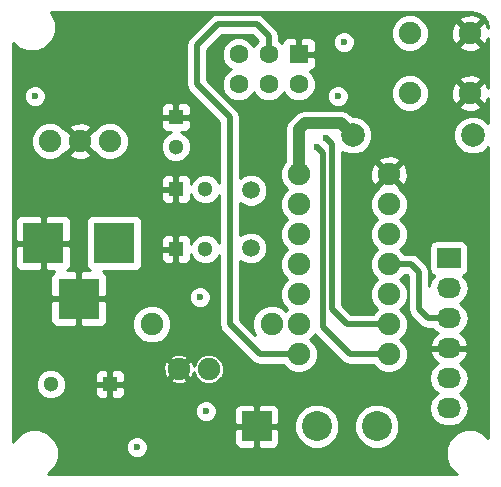
<source format=gbr>
G04 #@! TF.FileFunction,Copper,L1,Top,Signal*
%FSLAX46Y46*%
G04 Gerber Fmt 4.6, Leading zero omitted, Abs format (unit mm)*
G04 Created by KiCad (PCBNEW 4.0.1-3.201512221401+6198~38~ubuntu15.10.1-stable) date mar 05 ene 2016 12:58:44 CET*
%MOMM*%
G01*
G04 APERTURE LIST*
%ADD10C,0.100000*%
%ADD11R,1.600000X1.600000*%
%ADD12C,1.600000*%
%ADD13R,1.300000X1.300000*%
%ADD14C,1.300000*%
%ADD15C,1.900000*%
%ADD16R,3.500120X3.500120*%
%ADD17R,2.540000X2.540000*%
%ADD18C,2.540000*%
%ADD19R,2.032000X1.727200*%
%ADD20O,2.032000X1.727200*%
%ADD21C,1.501140*%
%ADD22C,1.998980*%
%ADD23C,0.600000*%
%ADD24C,1.016000*%
%ADD25C,0.508000*%
%ADD26C,0.254000*%
G04 APERTURE END LIST*
D10*
D11*
X93980000Y-74930000D03*
D12*
X93980000Y-77470000D03*
X91440000Y-74930000D03*
X91440000Y-77470000D03*
X88900000Y-74930000D03*
X88900000Y-77470000D03*
D13*
X77978000Y-102870000D03*
D14*
X72978000Y-102870000D03*
D15*
X72898000Y-82296000D03*
X75438000Y-82296000D03*
X77978000Y-82296000D03*
D16*
X78336140Y-90932000D03*
X72336660Y-90932000D03*
X75336400Y-95631000D03*
D13*
X83566000Y-91440000D03*
D14*
X86066000Y-91440000D03*
D13*
X83566000Y-86360000D03*
D14*
X86066000Y-86360000D03*
D13*
X83566000Y-80264000D03*
D14*
X83566000Y-82764000D03*
D15*
X93980000Y-85090000D03*
X93980000Y-87630000D03*
X93980000Y-90170000D03*
X93980000Y-92710000D03*
X93980000Y-95250000D03*
X93980000Y-97790000D03*
X93980000Y-100330000D03*
X101600000Y-100330000D03*
X101600000Y-97790000D03*
X101600000Y-95250000D03*
X101600000Y-92710000D03*
X101600000Y-90170000D03*
X101600000Y-87630000D03*
X101600000Y-85090000D03*
D17*
X90424000Y-106426000D03*
D18*
X95504000Y-106426000D03*
X100584000Y-106426000D03*
D19*
X106680000Y-92202000D03*
D20*
X106680000Y-94742000D03*
X106680000Y-97282000D03*
X106680000Y-99822000D03*
X106680000Y-102362000D03*
X106680000Y-104902000D03*
D21*
X89916000Y-86459060D03*
X89916000Y-91340940D03*
D22*
X108712000Y-81788000D03*
X98552000Y-81788000D03*
D15*
X81534000Y-97790000D03*
X91694000Y-97790000D03*
X86360000Y-101600000D03*
X83820000Y-101600000D03*
X103378000Y-73152000D03*
X103378000Y-78232000D03*
X108458000Y-73152000D03*
X108458000Y-78232000D03*
D23*
X80264000Y-108204000D03*
X97790000Y-73914000D03*
X97282000Y-78486000D03*
X85598000Y-95504000D03*
X86106000Y-105156000D03*
X71628000Y-78486000D03*
X95504000Y-82804000D03*
X96266000Y-82042000D03*
D24*
X93980000Y-85090000D02*
X93980000Y-81280000D01*
X97536000Y-80772000D02*
X98552000Y-81788000D01*
X94488000Y-80772000D02*
X97536000Y-80772000D01*
X93980000Y-81280000D02*
X94488000Y-80772000D01*
D25*
X101600000Y-92710000D02*
X103505000Y-92710000D01*
X104902000Y-97282000D02*
X106680000Y-97282000D01*
X104140000Y-96520000D02*
X104902000Y-97282000D01*
X104140000Y-93345000D02*
X104140000Y-96520000D01*
X103505000Y-92710000D02*
X104140000Y-93345000D01*
X85344000Y-77470000D02*
X85344000Y-74168000D01*
X90678000Y-100330000D02*
X88138000Y-97790000D01*
X88138000Y-97790000D02*
X88138000Y-80264000D01*
X88138000Y-80264000D02*
X85344000Y-77470000D01*
X93980000Y-100330000D02*
X90678000Y-100330000D01*
X91440000Y-73406000D02*
X91440000Y-74930000D01*
X90424000Y-72390000D02*
X91440000Y-73406000D01*
X87122000Y-72390000D02*
X90424000Y-72390000D01*
X85344000Y-74168000D02*
X87122000Y-72390000D01*
X96012000Y-83312000D02*
X95504000Y-82804000D01*
X96012000Y-98044000D02*
X96012000Y-83312000D01*
X98298000Y-100330000D02*
X96012000Y-98044000D01*
X98298000Y-100330000D02*
X101600000Y-100330000D01*
X98044000Y-97790000D02*
X96774000Y-96520000D01*
X96774000Y-96520000D02*
X96774000Y-82550000D01*
X96774000Y-82550000D02*
X96266000Y-82042000D01*
X98044000Y-97790000D02*
X101600000Y-97790000D01*
D26*
G36*
X109224585Y-71506596D02*
X109630308Y-71777691D01*
X109901404Y-72183416D01*
X110009409Y-72726393D01*
X109836019Y-72307792D01*
X109574350Y-72215255D01*
X108637605Y-73152000D01*
X109574350Y-74088745D01*
X109836019Y-73996208D01*
X110011000Y-73521714D01*
X110011000Y-77810233D01*
X109836019Y-77387792D01*
X109574350Y-77295255D01*
X108637605Y-78232000D01*
X109574350Y-79168745D01*
X109836019Y-79076208D01*
X110011000Y-78601714D01*
X110011000Y-80775730D01*
X109639073Y-80403154D01*
X109038547Y-80153794D01*
X108388306Y-80153226D01*
X107787345Y-80401538D01*
X107327154Y-80860927D01*
X107077794Y-81461453D01*
X107077226Y-82111694D01*
X107325538Y-82712655D01*
X107784927Y-83172846D01*
X108385453Y-83422206D01*
X109035694Y-83422774D01*
X109636655Y-83174462D01*
X110011000Y-82800769D01*
X110011000Y-107387273D01*
X109612240Y-106987817D01*
X108864562Y-106677354D01*
X108054989Y-106676648D01*
X107306771Y-106985805D01*
X106733817Y-107557760D01*
X106423354Y-108305438D01*
X106422648Y-109115011D01*
X106731805Y-109863229D01*
X107303760Y-110436183D01*
X107377976Y-110467000D01*
X72709515Y-110467000D01*
X72779229Y-110438195D01*
X73352183Y-109866240D01*
X73662646Y-109118562D01*
X73663282Y-108389167D01*
X79328838Y-108389167D01*
X79470883Y-108732943D01*
X79733673Y-108996192D01*
X80077201Y-109138838D01*
X80449167Y-109139162D01*
X80792943Y-108997117D01*
X81056192Y-108734327D01*
X81198838Y-108390799D01*
X81199162Y-108018833D01*
X81057117Y-107675057D01*
X80794327Y-107411808D01*
X80450799Y-107269162D01*
X80078833Y-107268838D01*
X79735057Y-107410883D01*
X79471808Y-107673673D01*
X79329162Y-108017201D01*
X79328838Y-108389167D01*
X73663282Y-108389167D01*
X73663352Y-108308989D01*
X73354195Y-107560771D01*
X72782240Y-106987817D01*
X72117397Y-106711750D01*
X88519000Y-106711750D01*
X88519000Y-107822310D01*
X88615673Y-108055699D01*
X88794302Y-108234327D01*
X89027691Y-108331000D01*
X90138250Y-108331000D01*
X90297000Y-108172250D01*
X90297000Y-106553000D01*
X90551000Y-106553000D01*
X90551000Y-108172250D01*
X90709750Y-108331000D01*
X91820309Y-108331000D01*
X92053698Y-108234327D01*
X92232327Y-108055699D01*
X92329000Y-107822310D01*
X92329000Y-106803265D01*
X93598670Y-106803265D01*
X93888078Y-107503686D01*
X94423495Y-108040039D01*
X95123410Y-108330668D01*
X95881265Y-108331330D01*
X96581686Y-108041922D01*
X97118039Y-107506505D01*
X97408668Y-106806590D01*
X97408670Y-106803265D01*
X98678670Y-106803265D01*
X98968078Y-107503686D01*
X99503495Y-108040039D01*
X100203410Y-108330668D01*
X100961265Y-108331330D01*
X101661686Y-108041922D01*
X102198039Y-107506505D01*
X102488668Y-106806590D01*
X102489330Y-106048735D01*
X102199922Y-105348314D01*
X101664505Y-104811961D01*
X100964590Y-104521332D01*
X100206735Y-104520670D01*
X99506314Y-104810078D01*
X98969961Y-105345495D01*
X98679332Y-106045410D01*
X98678670Y-106803265D01*
X97408670Y-106803265D01*
X97409330Y-106048735D01*
X97119922Y-105348314D01*
X96584505Y-104811961D01*
X95884590Y-104521332D01*
X95126735Y-104520670D01*
X94426314Y-104810078D01*
X93889961Y-105345495D01*
X93599332Y-106045410D01*
X93598670Y-106803265D01*
X92329000Y-106803265D01*
X92329000Y-106711750D01*
X92170250Y-106553000D01*
X90551000Y-106553000D01*
X90297000Y-106553000D01*
X88677750Y-106553000D01*
X88519000Y-106711750D01*
X72117397Y-106711750D01*
X72034562Y-106677354D01*
X71224989Y-106676648D01*
X70476771Y-106985805D01*
X69903817Y-107557760D01*
X69821000Y-107757206D01*
X69821000Y-105341167D01*
X85170838Y-105341167D01*
X85312883Y-105684943D01*
X85575673Y-105948192D01*
X85919201Y-106090838D01*
X86291167Y-106091162D01*
X86634943Y-105949117D01*
X86898192Y-105686327D01*
X87040838Y-105342799D01*
X87041110Y-105029690D01*
X88519000Y-105029690D01*
X88519000Y-106140250D01*
X88677750Y-106299000D01*
X90297000Y-106299000D01*
X90297000Y-104679750D01*
X90551000Y-104679750D01*
X90551000Y-106299000D01*
X92170250Y-106299000D01*
X92329000Y-106140250D01*
X92329000Y-105029690D01*
X92232327Y-104796301D01*
X92053698Y-104617673D01*
X91820309Y-104521000D01*
X90709750Y-104521000D01*
X90551000Y-104679750D01*
X90297000Y-104679750D01*
X90138250Y-104521000D01*
X89027691Y-104521000D01*
X88794302Y-104617673D01*
X88615673Y-104796301D01*
X88519000Y-105029690D01*
X87041110Y-105029690D01*
X87041162Y-104970833D01*
X86899117Y-104627057D01*
X86636327Y-104363808D01*
X86292799Y-104221162D01*
X85920833Y-104220838D01*
X85577057Y-104362883D01*
X85313808Y-104625673D01*
X85171162Y-104969201D01*
X85170838Y-105341167D01*
X69821000Y-105341167D01*
X69821000Y-103124481D01*
X71692777Y-103124481D01*
X71887995Y-103596943D01*
X72249155Y-103958735D01*
X72721276Y-104154777D01*
X73232481Y-104155223D01*
X73704943Y-103960005D01*
X74066735Y-103598845D01*
X74250724Y-103155750D01*
X76693000Y-103155750D01*
X76693000Y-103646310D01*
X76789673Y-103879699D01*
X76968302Y-104058327D01*
X77201691Y-104155000D01*
X77692250Y-104155000D01*
X77851000Y-103996250D01*
X77851000Y-102997000D01*
X78105000Y-102997000D01*
X78105000Y-103996250D01*
X78263750Y-104155000D01*
X78754309Y-104155000D01*
X78987698Y-104058327D01*
X79166327Y-103879699D01*
X79263000Y-103646310D01*
X79263000Y-103155750D01*
X79104250Y-102997000D01*
X78105000Y-102997000D01*
X77851000Y-102997000D01*
X76851750Y-102997000D01*
X76693000Y-103155750D01*
X74250724Y-103155750D01*
X74262777Y-103126724D01*
X74263223Y-102615519D01*
X74068005Y-102143057D01*
X74018725Y-102093690D01*
X76693000Y-102093690D01*
X76693000Y-102584250D01*
X76851750Y-102743000D01*
X77851000Y-102743000D01*
X77851000Y-101743750D01*
X78105000Y-101743750D01*
X78105000Y-102743000D01*
X79104250Y-102743000D01*
X79263000Y-102584250D01*
X79263000Y-102499016D01*
X83100590Y-102499016D01*
X83156271Y-102729611D01*
X83639078Y-102897622D01*
X84149428Y-102868083D01*
X84483729Y-102729611D01*
X84539410Y-102499016D01*
X83820000Y-101779605D01*
X83100590Y-102499016D01*
X79263000Y-102499016D01*
X79263000Y-102093690D01*
X79166327Y-101860301D01*
X78987698Y-101681673D01*
X78754309Y-101585000D01*
X78263750Y-101585000D01*
X78105000Y-101743750D01*
X77851000Y-101743750D01*
X77692250Y-101585000D01*
X77201691Y-101585000D01*
X76968302Y-101681673D01*
X76789673Y-101860301D01*
X76693000Y-102093690D01*
X74018725Y-102093690D01*
X73706845Y-101781265D01*
X73234724Y-101585223D01*
X72723519Y-101584777D01*
X72251057Y-101779995D01*
X71889265Y-102141155D01*
X71693223Y-102613276D01*
X71692777Y-103124481D01*
X69821000Y-103124481D01*
X69821000Y-101419078D01*
X82522378Y-101419078D01*
X82551917Y-101929428D01*
X82690389Y-102263729D01*
X82920984Y-102319410D01*
X83640395Y-101600000D01*
X83999605Y-101600000D01*
X84719016Y-102319410D01*
X84949611Y-102263729D01*
X85084139Y-101877140D01*
X85269995Y-102326943D01*
X85631155Y-102688735D01*
X86103276Y-102884777D01*
X86614481Y-102885223D01*
X87086943Y-102690005D01*
X87415521Y-102362000D01*
X104996655Y-102362000D01*
X105110729Y-102935489D01*
X105435585Y-103421670D01*
X105750366Y-103632000D01*
X105435585Y-103842330D01*
X105110729Y-104328511D01*
X104996655Y-104902000D01*
X105110729Y-105475489D01*
X105435585Y-105961670D01*
X105921766Y-106286526D01*
X106495255Y-106400600D01*
X106864745Y-106400600D01*
X107438234Y-106286526D01*
X107924415Y-105961670D01*
X108249271Y-105475489D01*
X108363345Y-104902000D01*
X108249271Y-104328511D01*
X107924415Y-103842330D01*
X107609634Y-103632000D01*
X107924415Y-103421670D01*
X108249271Y-102935489D01*
X108363345Y-102362000D01*
X108249271Y-101788511D01*
X107924415Y-101302330D01*
X107614931Y-101095539D01*
X108030732Y-100724036D01*
X108284709Y-100196791D01*
X108287358Y-100181026D01*
X108166217Y-99949000D01*
X106807000Y-99949000D01*
X106807000Y-99969000D01*
X106553000Y-99969000D01*
X106553000Y-99949000D01*
X105193783Y-99949000D01*
X105072642Y-100181026D01*
X105075291Y-100196791D01*
X105329268Y-100724036D01*
X105745069Y-101095539D01*
X105435585Y-101302330D01*
X105110729Y-101788511D01*
X104996655Y-102362000D01*
X87415521Y-102362000D01*
X87448735Y-102328845D01*
X87644777Y-101856724D01*
X87645223Y-101345519D01*
X87450005Y-100873057D01*
X87088845Y-100511265D01*
X86616724Y-100315223D01*
X86105519Y-100314777D01*
X85633057Y-100509995D01*
X85271265Y-100871155D01*
X85090203Y-101307200D01*
X85088083Y-101270572D01*
X84949611Y-100936271D01*
X84719016Y-100880590D01*
X83999605Y-101600000D01*
X83640395Y-101600000D01*
X82920984Y-100880590D01*
X82690389Y-100936271D01*
X82522378Y-101419078D01*
X69821000Y-101419078D01*
X69821000Y-100700984D01*
X83100590Y-100700984D01*
X83820000Y-101420395D01*
X84539410Y-100700984D01*
X84483729Y-100470389D01*
X84000922Y-100302378D01*
X83490572Y-100331917D01*
X83156271Y-100470389D01*
X83100590Y-100700984D01*
X69821000Y-100700984D01*
X69821000Y-98113694D01*
X79899226Y-98113694D01*
X80147538Y-98714655D01*
X80606927Y-99174846D01*
X81207453Y-99424206D01*
X81857694Y-99424774D01*
X82458655Y-99176462D01*
X82918846Y-98717073D01*
X83168206Y-98116547D01*
X83168774Y-97466306D01*
X82920462Y-96865345D01*
X82461073Y-96405154D01*
X81860547Y-96155794D01*
X81210306Y-96155226D01*
X80609345Y-96403538D01*
X80149154Y-96862927D01*
X79899794Y-97463453D01*
X79899226Y-98113694D01*
X69821000Y-98113694D01*
X69821000Y-95916750D01*
X72951340Y-95916750D01*
X72951340Y-97507370D01*
X73048013Y-97740759D01*
X73226642Y-97919387D01*
X73460031Y-98016060D01*
X75050650Y-98016060D01*
X75209400Y-97857310D01*
X75209400Y-95758000D01*
X75463400Y-95758000D01*
X75463400Y-97857310D01*
X75622150Y-98016060D01*
X77212769Y-98016060D01*
X77446158Y-97919387D01*
X77624787Y-97740759D01*
X77721460Y-97507370D01*
X77721460Y-95916750D01*
X77562710Y-95758000D01*
X75463400Y-95758000D01*
X75209400Y-95758000D01*
X73110090Y-95758000D01*
X72951340Y-95916750D01*
X69821000Y-95916750D01*
X69821000Y-95689167D01*
X84662838Y-95689167D01*
X84804883Y-96032943D01*
X85067673Y-96296192D01*
X85411201Y-96438838D01*
X85783167Y-96439162D01*
X86126943Y-96297117D01*
X86390192Y-96034327D01*
X86532838Y-95690799D01*
X86533162Y-95318833D01*
X86391117Y-94975057D01*
X86128327Y-94711808D01*
X85784799Y-94569162D01*
X85412833Y-94568838D01*
X85069057Y-94710883D01*
X84805808Y-94973673D01*
X84663162Y-95317201D01*
X84662838Y-95689167D01*
X69821000Y-95689167D01*
X69821000Y-91217750D01*
X69951600Y-91217750D01*
X69951600Y-92808370D01*
X70048273Y-93041759D01*
X70226902Y-93220387D01*
X70460291Y-93317060D01*
X72050910Y-93317060D01*
X72209660Y-93158310D01*
X72209660Y-91059000D01*
X72463660Y-91059000D01*
X72463660Y-93158310D01*
X72622410Y-93317060D01*
X73288332Y-93317060D01*
X73226642Y-93342613D01*
X73048013Y-93521241D01*
X72951340Y-93754630D01*
X72951340Y-95345250D01*
X73110090Y-95504000D01*
X75209400Y-95504000D01*
X75209400Y-93404690D01*
X75463400Y-93404690D01*
X75463400Y-95504000D01*
X77562710Y-95504000D01*
X77721460Y-95345250D01*
X77721460Y-93754630D01*
X77624787Y-93521241D01*
X77446158Y-93342613D01*
X77414500Y-93329500D01*
X80086200Y-93329500D01*
X80321517Y-93285222D01*
X80537641Y-93146150D01*
X80682631Y-92933950D01*
X80733640Y-92682060D01*
X80733640Y-91725750D01*
X82281000Y-91725750D01*
X82281000Y-92216310D01*
X82377673Y-92449699D01*
X82556302Y-92628327D01*
X82789691Y-92725000D01*
X83280250Y-92725000D01*
X83439000Y-92566250D01*
X83439000Y-91567000D01*
X82439750Y-91567000D01*
X82281000Y-91725750D01*
X80733640Y-91725750D01*
X80733640Y-90663690D01*
X82281000Y-90663690D01*
X82281000Y-91154250D01*
X82439750Y-91313000D01*
X83439000Y-91313000D01*
X83439000Y-90313750D01*
X83280250Y-90155000D01*
X82789691Y-90155000D01*
X82556302Y-90251673D01*
X82377673Y-90430301D01*
X82281000Y-90663690D01*
X80733640Y-90663690D01*
X80733640Y-89181940D01*
X80689362Y-88946623D01*
X80550290Y-88730499D01*
X80338090Y-88585509D01*
X80086200Y-88534500D01*
X76586080Y-88534500D01*
X76350763Y-88578778D01*
X76134639Y-88717850D01*
X75989649Y-88930050D01*
X75938640Y-89181940D01*
X75938640Y-92682060D01*
X75982918Y-92917377D01*
X76121990Y-93133501D01*
X76286550Y-93245940D01*
X75622150Y-93245940D01*
X75463400Y-93404690D01*
X75209400Y-93404690D01*
X75050650Y-93245940D01*
X74384728Y-93245940D01*
X74446418Y-93220387D01*
X74625047Y-93041759D01*
X74721720Y-92808370D01*
X74721720Y-91217750D01*
X74562970Y-91059000D01*
X72463660Y-91059000D01*
X72209660Y-91059000D01*
X70110350Y-91059000D01*
X69951600Y-91217750D01*
X69821000Y-91217750D01*
X69821000Y-89055630D01*
X69951600Y-89055630D01*
X69951600Y-90646250D01*
X70110350Y-90805000D01*
X72209660Y-90805000D01*
X72209660Y-88705690D01*
X72463660Y-88705690D01*
X72463660Y-90805000D01*
X74562970Y-90805000D01*
X74721720Y-90646250D01*
X74721720Y-89055630D01*
X74625047Y-88822241D01*
X74446418Y-88643613D01*
X74213029Y-88546940D01*
X72622410Y-88546940D01*
X72463660Y-88705690D01*
X72209660Y-88705690D01*
X72050910Y-88546940D01*
X70460291Y-88546940D01*
X70226902Y-88643613D01*
X70048273Y-88822241D01*
X69951600Y-89055630D01*
X69821000Y-89055630D01*
X69821000Y-86645750D01*
X82281000Y-86645750D01*
X82281000Y-87136310D01*
X82377673Y-87369699D01*
X82556302Y-87548327D01*
X82789691Y-87645000D01*
X83280250Y-87645000D01*
X83439000Y-87486250D01*
X83439000Y-86487000D01*
X82439750Y-86487000D01*
X82281000Y-86645750D01*
X69821000Y-86645750D01*
X69821000Y-85583690D01*
X82281000Y-85583690D01*
X82281000Y-86074250D01*
X82439750Y-86233000D01*
X83439000Y-86233000D01*
X83439000Y-85233750D01*
X83693000Y-85233750D01*
X83693000Y-86233000D01*
X83713000Y-86233000D01*
X83713000Y-86487000D01*
X83693000Y-86487000D01*
X83693000Y-87486250D01*
X83851750Y-87645000D01*
X84342309Y-87645000D01*
X84575698Y-87548327D01*
X84754327Y-87369699D01*
X84851000Y-87136310D01*
X84851000Y-86784433D01*
X84975995Y-87086943D01*
X85337155Y-87448735D01*
X85809276Y-87644777D01*
X86320481Y-87645223D01*
X86792943Y-87450005D01*
X87154735Y-87088845D01*
X87249000Y-86861830D01*
X87249000Y-90938121D01*
X87156005Y-90713057D01*
X86794845Y-90351265D01*
X86322724Y-90155223D01*
X85811519Y-90154777D01*
X85339057Y-90349995D01*
X84977265Y-90711155D01*
X84851000Y-91015235D01*
X84851000Y-90663690D01*
X84754327Y-90430301D01*
X84575698Y-90251673D01*
X84342309Y-90155000D01*
X83851750Y-90155000D01*
X83693000Y-90313750D01*
X83693000Y-91313000D01*
X83713000Y-91313000D01*
X83713000Y-91567000D01*
X83693000Y-91567000D01*
X83693000Y-92566250D01*
X83851750Y-92725000D01*
X84342309Y-92725000D01*
X84575698Y-92628327D01*
X84754327Y-92449699D01*
X84851000Y-92216310D01*
X84851000Y-91864433D01*
X84975995Y-92166943D01*
X85337155Y-92528735D01*
X85809276Y-92724777D01*
X86320481Y-92725223D01*
X86792943Y-92530005D01*
X87154735Y-92168845D01*
X87249000Y-91941830D01*
X87249000Y-97790000D01*
X87316671Y-98130206D01*
X87343929Y-98171000D01*
X87509382Y-98418618D01*
X90049382Y-100958618D01*
X90337794Y-101151329D01*
X90678000Y-101219000D01*
X92632355Y-101219000D01*
X92635519Y-101226657D01*
X93080997Y-101672914D01*
X93663341Y-101914724D01*
X94293893Y-101915275D01*
X94876657Y-101674481D01*
X95322914Y-101229003D01*
X95564724Y-100646659D01*
X95565275Y-100016107D01*
X95324481Y-99433343D01*
X94951529Y-99059739D01*
X95322914Y-98689003D01*
X95350285Y-98623085D01*
X95383382Y-98672618D01*
X97669382Y-100958618D01*
X97957794Y-101151329D01*
X98298000Y-101219000D01*
X100252355Y-101219000D01*
X100255519Y-101226657D01*
X100700997Y-101672914D01*
X101283341Y-101914724D01*
X101913893Y-101915275D01*
X102496657Y-101674481D01*
X102942914Y-101229003D01*
X103184724Y-100646659D01*
X103185275Y-100016107D01*
X102944481Y-99433343D01*
X102571529Y-99059739D01*
X102942914Y-98689003D01*
X103184724Y-98106659D01*
X103185275Y-97476107D01*
X102944481Y-96893343D01*
X102571529Y-96519739D01*
X102942914Y-96149003D01*
X103184724Y-95566659D01*
X103185275Y-94936107D01*
X102944481Y-94353343D01*
X102571529Y-93979739D01*
X102942914Y-93609003D01*
X102947068Y-93599000D01*
X103136764Y-93599000D01*
X103251000Y-93713236D01*
X103251000Y-96520000D01*
X103318671Y-96860206D01*
X103511382Y-97148618D01*
X104273382Y-97910618D01*
X104561794Y-98103329D01*
X104902000Y-98171000D01*
X105321547Y-98171000D01*
X105435585Y-98341670D01*
X105745069Y-98548461D01*
X105329268Y-98919964D01*
X105075291Y-99447209D01*
X105072642Y-99462974D01*
X105193783Y-99695000D01*
X106553000Y-99695000D01*
X106553000Y-99675000D01*
X106807000Y-99675000D01*
X106807000Y-99695000D01*
X108166217Y-99695000D01*
X108287358Y-99462974D01*
X108284709Y-99447209D01*
X108030732Y-98919964D01*
X107614931Y-98548461D01*
X107924415Y-98341670D01*
X108249271Y-97855489D01*
X108363345Y-97282000D01*
X108249271Y-96708511D01*
X107924415Y-96222330D01*
X107609634Y-96012000D01*
X107924415Y-95801670D01*
X108249271Y-95315489D01*
X108363345Y-94742000D01*
X108249271Y-94168511D01*
X107924415Y-93682330D01*
X107910087Y-93672757D01*
X107931317Y-93668762D01*
X108147441Y-93529690D01*
X108292431Y-93317490D01*
X108343440Y-93065600D01*
X108343440Y-91338400D01*
X108299162Y-91103083D01*
X108160090Y-90886959D01*
X107947890Y-90741969D01*
X107696000Y-90690960D01*
X105664000Y-90690960D01*
X105428683Y-90735238D01*
X105212559Y-90874310D01*
X105067569Y-91086510D01*
X105016560Y-91338400D01*
X105016560Y-93065600D01*
X105060838Y-93300917D01*
X105199910Y-93517041D01*
X105412110Y-93662031D01*
X105453439Y-93670400D01*
X105435585Y-93682330D01*
X105110729Y-94168511D01*
X105029000Y-94579391D01*
X105029000Y-93345000D01*
X105020231Y-93300917D01*
X104961330Y-93004795D01*
X104768618Y-92716382D01*
X104133618Y-92081382D01*
X103845206Y-91888671D01*
X103505000Y-91821000D01*
X102947645Y-91821000D01*
X102944481Y-91813343D01*
X102571529Y-91439739D01*
X102942914Y-91069003D01*
X103184724Y-90486659D01*
X103185275Y-89856107D01*
X102944481Y-89273343D01*
X102571529Y-88899739D01*
X102942914Y-88529003D01*
X103184724Y-87946659D01*
X103185275Y-87316107D01*
X102944481Y-86733343D01*
X102505789Y-86293884D01*
X102536745Y-86206350D01*
X101600000Y-85269605D01*
X100663255Y-86206350D01*
X100694407Y-86294439D01*
X100257086Y-86730997D01*
X100015276Y-87313341D01*
X100014725Y-87943893D01*
X100255519Y-88526657D01*
X100628471Y-88900261D01*
X100257086Y-89270997D01*
X100015276Y-89853341D01*
X100014725Y-90483893D01*
X100255519Y-91066657D01*
X100628471Y-91440261D01*
X100257086Y-91810997D01*
X100015276Y-92393341D01*
X100014725Y-93023893D01*
X100255519Y-93606657D01*
X100628471Y-93980261D01*
X100257086Y-94350997D01*
X100015276Y-94933341D01*
X100014725Y-95563893D01*
X100255519Y-96146657D01*
X100628471Y-96520261D01*
X100257086Y-96890997D01*
X100252932Y-96901000D01*
X98412236Y-96901000D01*
X97663000Y-96151764D01*
X97663000Y-84837398D01*
X100003812Y-84837398D01*
X100028648Y-85467461D01*
X100221981Y-85934208D01*
X100483650Y-86026745D01*
X101420395Y-85090000D01*
X101779605Y-85090000D01*
X102716350Y-86026745D01*
X102978019Y-85934208D01*
X103196188Y-85342602D01*
X103171352Y-84712539D01*
X102978019Y-84245792D01*
X102716350Y-84153255D01*
X101779605Y-85090000D01*
X101420395Y-85090000D01*
X100483650Y-84153255D01*
X100221981Y-84245792D01*
X100003812Y-84837398D01*
X97663000Y-84837398D01*
X97663000Y-83973650D01*
X100663255Y-83973650D01*
X101600000Y-84910395D01*
X102536745Y-83973650D01*
X102444208Y-83711981D01*
X101852602Y-83493812D01*
X101222539Y-83518648D01*
X100755792Y-83711981D01*
X100663255Y-83973650D01*
X97663000Y-83973650D01*
X97663000Y-83188655D01*
X98225453Y-83422206D01*
X98875694Y-83422774D01*
X99476655Y-83174462D01*
X99936846Y-82715073D01*
X100186206Y-82114547D01*
X100186774Y-81464306D01*
X99938462Y-80863345D01*
X99479073Y-80403154D01*
X98878547Y-80153794D01*
X98533939Y-80153493D01*
X98344223Y-79963777D01*
X97973407Y-79716006D01*
X97536000Y-79629000D01*
X94488000Y-79629000D01*
X94050593Y-79716006D01*
X93679777Y-79963777D01*
X93171777Y-80471777D01*
X92924006Y-80842593D01*
X92837000Y-81280000D01*
X92837000Y-83991432D01*
X92637086Y-84190997D01*
X92395276Y-84773341D01*
X92394725Y-85403893D01*
X92635519Y-85986657D01*
X93008471Y-86360261D01*
X92637086Y-86730997D01*
X92395276Y-87313341D01*
X92394725Y-87943893D01*
X92635519Y-88526657D01*
X93008471Y-88900261D01*
X92637086Y-89270997D01*
X92395276Y-89853341D01*
X92394725Y-90483893D01*
X92635519Y-91066657D01*
X93008471Y-91440261D01*
X92637086Y-91810997D01*
X92395276Y-92393341D01*
X92394725Y-93023893D01*
X92635519Y-93606657D01*
X93008471Y-93980261D01*
X92637086Y-94350997D01*
X92395276Y-94933341D01*
X92394725Y-95563893D01*
X92635519Y-96146657D01*
X93008471Y-96520261D01*
X92871987Y-96656506D01*
X92621073Y-96405154D01*
X92020547Y-96155794D01*
X91370306Y-96155226D01*
X90769345Y-96403538D01*
X90309154Y-96862927D01*
X90059794Y-97463453D01*
X90059226Y-98113694D01*
X90298840Y-98693604D01*
X89027000Y-97421764D01*
X89027000Y-92411591D01*
X89130113Y-92514884D01*
X89639184Y-92726269D01*
X90190398Y-92726750D01*
X90699837Y-92516254D01*
X91089944Y-92126827D01*
X91301329Y-91617756D01*
X91301810Y-91066542D01*
X91091314Y-90557103D01*
X90701887Y-90166996D01*
X90192816Y-89955611D01*
X89641602Y-89955130D01*
X89132163Y-90165626D01*
X89027000Y-90270606D01*
X89027000Y-87529711D01*
X89130113Y-87633004D01*
X89639184Y-87844389D01*
X90190398Y-87844870D01*
X90699837Y-87634374D01*
X91089944Y-87244947D01*
X91301329Y-86735876D01*
X91301810Y-86184662D01*
X91091314Y-85675223D01*
X90701887Y-85285116D01*
X90192816Y-85073731D01*
X89641602Y-85073250D01*
X89132163Y-85283746D01*
X89027000Y-85388726D01*
X89027000Y-80264000D01*
X88959329Y-79923794D01*
X88766618Y-79635382D01*
X86233000Y-77101764D01*
X86233000Y-74536236D01*
X87490236Y-73279000D01*
X90055764Y-73279000D01*
X90551000Y-73774236D01*
X90551000Y-73789822D01*
X90224176Y-74116077D01*
X90170138Y-74246215D01*
X90117243Y-74118200D01*
X89713923Y-73714176D01*
X89186691Y-73495250D01*
X88615813Y-73494752D01*
X88088200Y-73712757D01*
X87684176Y-74116077D01*
X87465250Y-74643309D01*
X87464752Y-75214187D01*
X87682757Y-75741800D01*
X88086077Y-76145824D01*
X88216215Y-76199862D01*
X88088200Y-76252757D01*
X87684176Y-76656077D01*
X87465250Y-77183309D01*
X87464752Y-77754187D01*
X87682757Y-78281800D01*
X88086077Y-78685824D01*
X88613309Y-78904750D01*
X89184187Y-78905248D01*
X89711800Y-78687243D01*
X90115824Y-78283923D01*
X90169862Y-78153785D01*
X90222757Y-78281800D01*
X90626077Y-78685824D01*
X91153309Y-78904750D01*
X91724187Y-78905248D01*
X92251800Y-78687243D01*
X92655824Y-78283923D01*
X92709862Y-78153785D01*
X92762757Y-78281800D01*
X93166077Y-78685824D01*
X93693309Y-78904750D01*
X94264187Y-78905248D01*
X94791800Y-78687243D01*
X94807904Y-78671167D01*
X96346838Y-78671167D01*
X96488883Y-79014943D01*
X96751673Y-79278192D01*
X97095201Y-79420838D01*
X97467167Y-79421162D01*
X97810943Y-79279117D01*
X98074192Y-79016327D01*
X98216838Y-78672799D01*
X98216948Y-78545893D01*
X101792725Y-78545893D01*
X102033519Y-79128657D01*
X102478997Y-79574914D01*
X103061341Y-79816724D01*
X103691893Y-79817275D01*
X104274657Y-79576481D01*
X104503186Y-79348350D01*
X107521255Y-79348350D01*
X107613792Y-79610019D01*
X108205398Y-79828188D01*
X108835461Y-79803352D01*
X109302208Y-79610019D01*
X109394745Y-79348350D01*
X108458000Y-78411605D01*
X107521255Y-79348350D01*
X104503186Y-79348350D01*
X104720914Y-79131003D01*
X104962724Y-78548659D01*
X104963221Y-77979398D01*
X106861812Y-77979398D01*
X106886648Y-78609461D01*
X107079981Y-79076208D01*
X107341650Y-79168745D01*
X108278395Y-78232000D01*
X107341650Y-77295255D01*
X107079981Y-77387792D01*
X106861812Y-77979398D01*
X104963221Y-77979398D01*
X104963275Y-77918107D01*
X104722481Y-77335343D01*
X104503172Y-77115650D01*
X107521255Y-77115650D01*
X108458000Y-78052395D01*
X109394745Y-77115650D01*
X109302208Y-76853981D01*
X108710602Y-76635812D01*
X108080539Y-76660648D01*
X107613792Y-76853981D01*
X107521255Y-77115650D01*
X104503172Y-77115650D01*
X104277003Y-76889086D01*
X103694659Y-76647276D01*
X103064107Y-76646725D01*
X102481343Y-76887519D01*
X102035086Y-77332997D01*
X101793276Y-77915341D01*
X101792725Y-78545893D01*
X98216948Y-78545893D01*
X98217162Y-78300833D01*
X98075117Y-77957057D01*
X97812327Y-77693808D01*
X97468799Y-77551162D01*
X97096833Y-77550838D01*
X96753057Y-77692883D01*
X96489808Y-77955673D01*
X96347162Y-78299201D01*
X96346838Y-78671167D01*
X94807904Y-78671167D01*
X95195824Y-78283923D01*
X95414750Y-77756691D01*
X95415248Y-77185813D01*
X95197243Y-76658200D01*
X94904554Y-76365000D01*
X94906310Y-76365000D01*
X95139699Y-76268327D01*
X95318327Y-76089698D01*
X95415000Y-75856309D01*
X95415000Y-75215750D01*
X95256250Y-75057000D01*
X94107000Y-75057000D01*
X94107000Y-75077000D01*
X93853000Y-75077000D01*
X93853000Y-75057000D01*
X93833000Y-75057000D01*
X93833000Y-74803000D01*
X93853000Y-74803000D01*
X93853000Y-73653750D01*
X94107000Y-73653750D01*
X94107000Y-74803000D01*
X95256250Y-74803000D01*
X95415000Y-74644250D01*
X95415000Y-74099167D01*
X96854838Y-74099167D01*
X96996883Y-74442943D01*
X97259673Y-74706192D01*
X97603201Y-74848838D01*
X97975167Y-74849162D01*
X98318943Y-74707117D01*
X98582192Y-74444327D01*
X98724838Y-74100799D01*
X98725162Y-73728833D01*
X98616518Y-73465893D01*
X101792725Y-73465893D01*
X102033519Y-74048657D01*
X102478997Y-74494914D01*
X103061341Y-74736724D01*
X103691893Y-74737275D01*
X104274657Y-74496481D01*
X104503186Y-74268350D01*
X107521255Y-74268350D01*
X107613792Y-74530019D01*
X108205398Y-74748188D01*
X108835461Y-74723352D01*
X109302208Y-74530019D01*
X109394745Y-74268350D01*
X108458000Y-73331605D01*
X107521255Y-74268350D01*
X104503186Y-74268350D01*
X104720914Y-74051003D01*
X104962724Y-73468659D01*
X104963221Y-72899398D01*
X106861812Y-72899398D01*
X106886648Y-73529461D01*
X107079981Y-73996208D01*
X107341650Y-74088745D01*
X108278395Y-73152000D01*
X107341650Y-72215255D01*
X107079981Y-72307792D01*
X106861812Y-72899398D01*
X104963221Y-72899398D01*
X104963275Y-72838107D01*
X104722481Y-72255343D01*
X104503172Y-72035650D01*
X107521255Y-72035650D01*
X108458000Y-72972395D01*
X109394745Y-72035650D01*
X109302208Y-71773981D01*
X108710602Y-71555812D01*
X108080539Y-71580648D01*
X107613792Y-71773981D01*
X107521255Y-72035650D01*
X104503172Y-72035650D01*
X104277003Y-71809086D01*
X103694659Y-71567276D01*
X103064107Y-71566725D01*
X102481343Y-71807519D01*
X102035086Y-72252997D01*
X101793276Y-72835341D01*
X101792725Y-73465893D01*
X98616518Y-73465893D01*
X98583117Y-73385057D01*
X98320327Y-73121808D01*
X97976799Y-72979162D01*
X97604833Y-72978838D01*
X97261057Y-73120883D01*
X96997808Y-73383673D01*
X96855162Y-73727201D01*
X96854838Y-74099167D01*
X95415000Y-74099167D01*
X95415000Y-74003691D01*
X95318327Y-73770302D01*
X95139699Y-73591673D01*
X94906310Y-73495000D01*
X94265750Y-73495000D01*
X94107000Y-73653750D01*
X93853000Y-73653750D01*
X93694250Y-73495000D01*
X93053690Y-73495000D01*
X92820301Y-73591673D01*
X92641673Y-73770302D01*
X92545000Y-74003691D01*
X92545000Y-74005761D01*
X92329000Y-73789384D01*
X92329000Y-73406000D01*
X92261329Y-73065794D01*
X92068618Y-72777382D01*
X91052618Y-71761382D01*
X90895097Y-71656130D01*
X90764206Y-71568671D01*
X90424000Y-71501000D01*
X87122000Y-71501000D01*
X86781794Y-71568671D01*
X86650903Y-71656130D01*
X86493382Y-71761382D01*
X84715382Y-73539382D01*
X84522671Y-73827794D01*
X84455000Y-74168000D01*
X84455000Y-77470000D01*
X84522671Y-77810206D01*
X84619869Y-77955673D01*
X84715382Y-78098618D01*
X87249000Y-80632236D01*
X87249000Y-85858121D01*
X87156005Y-85633057D01*
X86794845Y-85271265D01*
X86322724Y-85075223D01*
X85811519Y-85074777D01*
X85339057Y-85269995D01*
X84977265Y-85631155D01*
X84851000Y-85935235D01*
X84851000Y-85583690D01*
X84754327Y-85350301D01*
X84575698Y-85171673D01*
X84342309Y-85075000D01*
X83851750Y-85075000D01*
X83693000Y-85233750D01*
X83439000Y-85233750D01*
X83280250Y-85075000D01*
X82789691Y-85075000D01*
X82556302Y-85171673D01*
X82377673Y-85350301D01*
X82281000Y-85583690D01*
X69821000Y-85583690D01*
X69821000Y-82609893D01*
X71312725Y-82609893D01*
X71553519Y-83192657D01*
X71998997Y-83638914D01*
X72581341Y-83880724D01*
X73211893Y-83881275D01*
X73794657Y-83640481D01*
X74023186Y-83412350D01*
X74501255Y-83412350D01*
X74593792Y-83674019D01*
X75185398Y-83892188D01*
X75815461Y-83867352D01*
X76282208Y-83674019D01*
X76374745Y-83412350D01*
X75438000Y-82475605D01*
X74501255Y-83412350D01*
X74023186Y-83412350D01*
X74234116Y-83201789D01*
X74321650Y-83232745D01*
X75258395Y-82296000D01*
X75617605Y-82296000D01*
X76554350Y-83232745D01*
X76642439Y-83201593D01*
X77078997Y-83638914D01*
X77661341Y-83880724D01*
X78291893Y-83881275D01*
X78874657Y-83640481D01*
X79320914Y-83195003D01*
X79394212Y-83018481D01*
X82280777Y-83018481D01*
X82475995Y-83490943D01*
X82837155Y-83852735D01*
X83309276Y-84048777D01*
X83820481Y-84049223D01*
X84292943Y-83854005D01*
X84654735Y-83492845D01*
X84850777Y-83020724D01*
X84851223Y-82509519D01*
X84656005Y-82037057D01*
X84294845Y-81675265D01*
X83990765Y-81549000D01*
X84342310Y-81549000D01*
X84575699Y-81452327D01*
X84754327Y-81273698D01*
X84851000Y-81040309D01*
X84851000Y-80549750D01*
X84692250Y-80391000D01*
X83693000Y-80391000D01*
X83693000Y-80411000D01*
X83439000Y-80411000D01*
X83439000Y-80391000D01*
X82439750Y-80391000D01*
X82281000Y-80549750D01*
X82281000Y-81040309D01*
X82377673Y-81273698D01*
X82556301Y-81452327D01*
X82789690Y-81549000D01*
X83141567Y-81549000D01*
X82839057Y-81673995D01*
X82477265Y-82035155D01*
X82281223Y-82507276D01*
X82280777Y-83018481D01*
X79394212Y-83018481D01*
X79562724Y-82612659D01*
X79563275Y-81982107D01*
X79322481Y-81399343D01*
X78877003Y-80953086D01*
X78294659Y-80711276D01*
X77664107Y-80710725D01*
X77081343Y-80951519D01*
X76641884Y-81390211D01*
X76554350Y-81359255D01*
X75617605Y-82296000D01*
X75258395Y-82296000D01*
X74321650Y-81359255D01*
X74233561Y-81390407D01*
X74023172Y-81179650D01*
X74501255Y-81179650D01*
X75438000Y-82116395D01*
X76374745Y-81179650D01*
X76282208Y-80917981D01*
X75690602Y-80699812D01*
X75060539Y-80724648D01*
X74593792Y-80917981D01*
X74501255Y-81179650D01*
X74023172Y-81179650D01*
X73797003Y-80953086D01*
X73214659Y-80711276D01*
X72584107Y-80710725D01*
X72001343Y-80951519D01*
X71555086Y-81396997D01*
X71313276Y-81979341D01*
X71312725Y-82609893D01*
X69821000Y-82609893D01*
X69821000Y-79487691D01*
X82281000Y-79487691D01*
X82281000Y-79978250D01*
X82439750Y-80137000D01*
X83439000Y-80137000D01*
X83439000Y-79137750D01*
X83693000Y-79137750D01*
X83693000Y-80137000D01*
X84692250Y-80137000D01*
X84851000Y-79978250D01*
X84851000Y-79487691D01*
X84754327Y-79254302D01*
X84575699Y-79075673D01*
X84342310Y-78979000D01*
X83851750Y-78979000D01*
X83693000Y-79137750D01*
X83439000Y-79137750D01*
X83280250Y-78979000D01*
X82789690Y-78979000D01*
X82556301Y-79075673D01*
X82377673Y-79254302D01*
X82281000Y-79487691D01*
X69821000Y-79487691D01*
X69821000Y-78671167D01*
X70692838Y-78671167D01*
X70834883Y-79014943D01*
X71097673Y-79278192D01*
X71441201Y-79420838D01*
X71813167Y-79421162D01*
X72156943Y-79279117D01*
X72420192Y-79016327D01*
X72562838Y-78672799D01*
X72563162Y-78300833D01*
X72421117Y-77957057D01*
X72158327Y-77693808D01*
X71814799Y-77551162D01*
X71442833Y-77550838D01*
X71099057Y-77692883D01*
X70835808Y-77955673D01*
X70693162Y-78299201D01*
X70692838Y-78671167D01*
X69821000Y-78671167D01*
X69821000Y-73968727D01*
X70219760Y-74368183D01*
X70967438Y-74678646D01*
X71777011Y-74679352D01*
X72525229Y-74370195D01*
X73098183Y-73798240D01*
X73408646Y-73050562D01*
X73409352Y-72240989D01*
X73100195Y-71492771D01*
X73004591Y-71397000D01*
X108673610Y-71397000D01*
X109224585Y-71506596D01*
X109224585Y-71506596D01*
G37*
X109224585Y-71506596D02*
X109630308Y-71777691D01*
X109901404Y-72183416D01*
X110009409Y-72726393D01*
X109836019Y-72307792D01*
X109574350Y-72215255D01*
X108637605Y-73152000D01*
X109574350Y-74088745D01*
X109836019Y-73996208D01*
X110011000Y-73521714D01*
X110011000Y-77810233D01*
X109836019Y-77387792D01*
X109574350Y-77295255D01*
X108637605Y-78232000D01*
X109574350Y-79168745D01*
X109836019Y-79076208D01*
X110011000Y-78601714D01*
X110011000Y-80775730D01*
X109639073Y-80403154D01*
X109038547Y-80153794D01*
X108388306Y-80153226D01*
X107787345Y-80401538D01*
X107327154Y-80860927D01*
X107077794Y-81461453D01*
X107077226Y-82111694D01*
X107325538Y-82712655D01*
X107784927Y-83172846D01*
X108385453Y-83422206D01*
X109035694Y-83422774D01*
X109636655Y-83174462D01*
X110011000Y-82800769D01*
X110011000Y-107387273D01*
X109612240Y-106987817D01*
X108864562Y-106677354D01*
X108054989Y-106676648D01*
X107306771Y-106985805D01*
X106733817Y-107557760D01*
X106423354Y-108305438D01*
X106422648Y-109115011D01*
X106731805Y-109863229D01*
X107303760Y-110436183D01*
X107377976Y-110467000D01*
X72709515Y-110467000D01*
X72779229Y-110438195D01*
X73352183Y-109866240D01*
X73662646Y-109118562D01*
X73663282Y-108389167D01*
X79328838Y-108389167D01*
X79470883Y-108732943D01*
X79733673Y-108996192D01*
X80077201Y-109138838D01*
X80449167Y-109139162D01*
X80792943Y-108997117D01*
X81056192Y-108734327D01*
X81198838Y-108390799D01*
X81199162Y-108018833D01*
X81057117Y-107675057D01*
X80794327Y-107411808D01*
X80450799Y-107269162D01*
X80078833Y-107268838D01*
X79735057Y-107410883D01*
X79471808Y-107673673D01*
X79329162Y-108017201D01*
X79328838Y-108389167D01*
X73663282Y-108389167D01*
X73663352Y-108308989D01*
X73354195Y-107560771D01*
X72782240Y-106987817D01*
X72117397Y-106711750D01*
X88519000Y-106711750D01*
X88519000Y-107822310D01*
X88615673Y-108055699D01*
X88794302Y-108234327D01*
X89027691Y-108331000D01*
X90138250Y-108331000D01*
X90297000Y-108172250D01*
X90297000Y-106553000D01*
X90551000Y-106553000D01*
X90551000Y-108172250D01*
X90709750Y-108331000D01*
X91820309Y-108331000D01*
X92053698Y-108234327D01*
X92232327Y-108055699D01*
X92329000Y-107822310D01*
X92329000Y-106803265D01*
X93598670Y-106803265D01*
X93888078Y-107503686D01*
X94423495Y-108040039D01*
X95123410Y-108330668D01*
X95881265Y-108331330D01*
X96581686Y-108041922D01*
X97118039Y-107506505D01*
X97408668Y-106806590D01*
X97408670Y-106803265D01*
X98678670Y-106803265D01*
X98968078Y-107503686D01*
X99503495Y-108040039D01*
X100203410Y-108330668D01*
X100961265Y-108331330D01*
X101661686Y-108041922D01*
X102198039Y-107506505D01*
X102488668Y-106806590D01*
X102489330Y-106048735D01*
X102199922Y-105348314D01*
X101664505Y-104811961D01*
X100964590Y-104521332D01*
X100206735Y-104520670D01*
X99506314Y-104810078D01*
X98969961Y-105345495D01*
X98679332Y-106045410D01*
X98678670Y-106803265D01*
X97408670Y-106803265D01*
X97409330Y-106048735D01*
X97119922Y-105348314D01*
X96584505Y-104811961D01*
X95884590Y-104521332D01*
X95126735Y-104520670D01*
X94426314Y-104810078D01*
X93889961Y-105345495D01*
X93599332Y-106045410D01*
X93598670Y-106803265D01*
X92329000Y-106803265D01*
X92329000Y-106711750D01*
X92170250Y-106553000D01*
X90551000Y-106553000D01*
X90297000Y-106553000D01*
X88677750Y-106553000D01*
X88519000Y-106711750D01*
X72117397Y-106711750D01*
X72034562Y-106677354D01*
X71224989Y-106676648D01*
X70476771Y-106985805D01*
X69903817Y-107557760D01*
X69821000Y-107757206D01*
X69821000Y-105341167D01*
X85170838Y-105341167D01*
X85312883Y-105684943D01*
X85575673Y-105948192D01*
X85919201Y-106090838D01*
X86291167Y-106091162D01*
X86634943Y-105949117D01*
X86898192Y-105686327D01*
X87040838Y-105342799D01*
X87041110Y-105029690D01*
X88519000Y-105029690D01*
X88519000Y-106140250D01*
X88677750Y-106299000D01*
X90297000Y-106299000D01*
X90297000Y-104679750D01*
X90551000Y-104679750D01*
X90551000Y-106299000D01*
X92170250Y-106299000D01*
X92329000Y-106140250D01*
X92329000Y-105029690D01*
X92232327Y-104796301D01*
X92053698Y-104617673D01*
X91820309Y-104521000D01*
X90709750Y-104521000D01*
X90551000Y-104679750D01*
X90297000Y-104679750D01*
X90138250Y-104521000D01*
X89027691Y-104521000D01*
X88794302Y-104617673D01*
X88615673Y-104796301D01*
X88519000Y-105029690D01*
X87041110Y-105029690D01*
X87041162Y-104970833D01*
X86899117Y-104627057D01*
X86636327Y-104363808D01*
X86292799Y-104221162D01*
X85920833Y-104220838D01*
X85577057Y-104362883D01*
X85313808Y-104625673D01*
X85171162Y-104969201D01*
X85170838Y-105341167D01*
X69821000Y-105341167D01*
X69821000Y-103124481D01*
X71692777Y-103124481D01*
X71887995Y-103596943D01*
X72249155Y-103958735D01*
X72721276Y-104154777D01*
X73232481Y-104155223D01*
X73704943Y-103960005D01*
X74066735Y-103598845D01*
X74250724Y-103155750D01*
X76693000Y-103155750D01*
X76693000Y-103646310D01*
X76789673Y-103879699D01*
X76968302Y-104058327D01*
X77201691Y-104155000D01*
X77692250Y-104155000D01*
X77851000Y-103996250D01*
X77851000Y-102997000D01*
X78105000Y-102997000D01*
X78105000Y-103996250D01*
X78263750Y-104155000D01*
X78754309Y-104155000D01*
X78987698Y-104058327D01*
X79166327Y-103879699D01*
X79263000Y-103646310D01*
X79263000Y-103155750D01*
X79104250Y-102997000D01*
X78105000Y-102997000D01*
X77851000Y-102997000D01*
X76851750Y-102997000D01*
X76693000Y-103155750D01*
X74250724Y-103155750D01*
X74262777Y-103126724D01*
X74263223Y-102615519D01*
X74068005Y-102143057D01*
X74018725Y-102093690D01*
X76693000Y-102093690D01*
X76693000Y-102584250D01*
X76851750Y-102743000D01*
X77851000Y-102743000D01*
X77851000Y-101743750D01*
X78105000Y-101743750D01*
X78105000Y-102743000D01*
X79104250Y-102743000D01*
X79263000Y-102584250D01*
X79263000Y-102499016D01*
X83100590Y-102499016D01*
X83156271Y-102729611D01*
X83639078Y-102897622D01*
X84149428Y-102868083D01*
X84483729Y-102729611D01*
X84539410Y-102499016D01*
X83820000Y-101779605D01*
X83100590Y-102499016D01*
X79263000Y-102499016D01*
X79263000Y-102093690D01*
X79166327Y-101860301D01*
X78987698Y-101681673D01*
X78754309Y-101585000D01*
X78263750Y-101585000D01*
X78105000Y-101743750D01*
X77851000Y-101743750D01*
X77692250Y-101585000D01*
X77201691Y-101585000D01*
X76968302Y-101681673D01*
X76789673Y-101860301D01*
X76693000Y-102093690D01*
X74018725Y-102093690D01*
X73706845Y-101781265D01*
X73234724Y-101585223D01*
X72723519Y-101584777D01*
X72251057Y-101779995D01*
X71889265Y-102141155D01*
X71693223Y-102613276D01*
X71692777Y-103124481D01*
X69821000Y-103124481D01*
X69821000Y-101419078D01*
X82522378Y-101419078D01*
X82551917Y-101929428D01*
X82690389Y-102263729D01*
X82920984Y-102319410D01*
X83640395Y-101600000D01*
X83999605Y-101600000D01*
X84719016Y-102319410D01*
X84949611Y-102263729D01*
X85084139Y-101877140D01*
X85269995Y-102326943D01*
X85631155Y-102688735D01*
X86103276Y-102884777D01*
X86614481Y-102885223D01*
X87086943Y-102690005D01*
X87415521Y-102362000D01*
X104996655Y-102362000D01*
X105110729Y-102935489D01*
X105435585Y-103421670D01*
X105750366Y-103632000D01*
X105435585Y-103842330D01*
X105110729Y-104328511D01*
X104996655Y-104902000D01*
X105110729Y-105475489D01*
X105435585Y-105961670D01*
X105921766Y-106286526D01*
X106495255Y-106400600D01*
X106864745Y-106400600D01*
X107438234Y-106286526D01*
X107924415Y-105961670D01*
X108249271Y-105475489D01*
X108363345Y-104902000D01*
X108249271Y-104328511D01*
X107924415Y-103842330D01*
X107609634Y-103632000D01*
X107924415Y-103421670D01*
X108249271Y-102935489D01*
X108363345Y-102362000D01*
X108249271Y-101788511D01*
X107924415Y-101302330D01*
X107614931Y-101095539D01*
X108030732Y-100724036D01*
X108284709Y-100196791D01*
X108287358Y-100181026D01*
X108166217Y-99949000D01*
X106807000Y-99949000D01*
X106807000Y-99969000D01*
X106553000Y-99969000D01*
X106553000Y-99949000D01*
X105193783Y-99949000D01*
X105072642Y-100181026D01*
X105075291Y-100196791D01*
X105329268Y-100724036D01*
X105745069Y-101095539D01*
X105435585Y-101302330D01*
X105110729Y-101788511D01*
X104996655Y-102362000D01*
X87415521Y-102362000D01*
X87448735Y-102328845D01*
X87644777Y-101856724D01*
X87645223Y-101345519D01*
X87450005Y-100873057D01*
X87088845Y-100511265D01*
X86616724Y-100315223D01*
X86105519Y-100314777D01*
X85633057Y-100509995D01*
X85271265Y-100871155D01*
X85090203Y-101307200D01*
X85088083Y-101270572D01*
X84949611Y-100936271D01*
X84719016Y-100880590D01*
X83999605Y-101600000D01*
X83640395Y-101600000D01*
X82920984Y-100880590D01*
X82690389Y-100936271D01*
X82522378Y-101419078D01*
X69821000Y-101419078D01*
X69821000Y-100700984D01*
X83100590Y-100700984D01*
X83820000Y-101420395D01*
X84539410Y-100700984D01*
X84483729Y-100470389D01*
X84000922Y-100302378D01*
X83490572Y-100331917D01*
X83156271Y-100470389D01*
X83100590Y-100700984D01*
X69821000Y-100700984D01*
X69821000Y-98113694D01*
X79899226Y-98113694D01*
X80147538Y-98714655D01*
X80606927Y-99174846D01*
X81207453Y-99424206D01*
X81857694Y-99424774D01*
X82458655Y-99176462D01*
X82918846Y-98717073D01*
X83168206Y-98116547D01*
X83168774Y-97466306D01*
X82920462Y-96865345D01*
X82461073Y-96405154D01*
X81860547Y-96155794D01*
X81210306Y-96155226D01*
X80609345Y-96403538D01*
X80149154Y-96862927D01*
X79899794Y-97463453D01*
X79899226Y-98113694D01*
X69821000Y-98113694D01*
X69821000Y-95916750D01*
X72951340Y-95916750D01*
X72951340Y-97507370D01*
X73048013Y-97740759D01*
X73226642Y-97919387D01*
X73460031Y-98016060D01*
X75050650Y-98016060D01*
X75209400Y-97857310D01*
X75209400Y-95758000D01*
X75463400Y-95758000D01*
X75463400Y-97857310D01*
X75622150Y-98016060D01*
X77212769Y-98016060D01*
X77446158Y-97919387D01*
X77624787Y-97740759D01*
X77721460Y-97507370D01*
X77721460Y-95916750D01*
X77562710Y-95758000D01*
X75463400Y-95758000D01*
X75209400Y-95758000D01*
X73110090Y-95758000D01*
X72951340Y-95916750D01*
X69821000Y-95916750D01*
X69821000Y-95689167D01*
X84662838Y-95689167D01*
X84804883Y-96032943D01*
X85067673Y-96296192D01*
X85411201Y-96438838D01*
X85783167Y-96439162D01*
X86126943Y-96297117D01*
X86390192Y-96034327D01*
X86532838Y-95690799D01*
X86533162Y-95318833D01*
X86391117Y-94975057D01*
X86128327Y-94711808D01*
X85784799Y-94569162D01*
X85412833Y-94568838D01*
X85069057Y-94710883D01*
X84805808Y-94973673D01*
X84663162Y-95317201D01*
X84662838Y-95689167D01*
X69821000Y-95689167D01*
X69821000Y-91217750D01*
X69951600Y-91217750D01*
X69951600Y-92808370D01*
X70048273Y-93041759D01*
X70226902Y-93220387D01*
X70460291Y-93317060D01*
X72050910Y-93317060D01*
X72209660Y-93158310D01*
X72209660Y-91059000D01*
X72463660Y-91059000D01*
X72463660Y-93158310D01*
X72622410Y-93317060D01*
X73288332Y-93317060D01*
X73226642Y-93342613D01*
X73048013Y-93521241D01*
X72951340Y-93754630D01*
X72951340Y-95345250D01*
X73110090Y-95504000D01*
X75209400Y-95504000D01*
X75209400Y-93404690D01*
X75463400Y-93404690D01*
X75463400Y-95504000D01*
X77562710Y-95504000D01*
X77721460Y-95345250D01*
X77721460Y-93754630D01*
X77624787Y-93521241D01*
X77446158Y-93342613D01*
X77414500Y-93329500D01*
X80086200Y-93329500D01*
X80321517Y-93285222D01*
X80537641Y-93146150D01*
X80682631Y-92933950D01*
X80733640Y-92682060D01*
X80733640Y-91725750D01*
X82281000Y-91725750D01*
X82281000Y-92216310D01*
X82377673Y-92449699D01*
X82556302Y-92628327D01*
X82789691Y-92725000D01*
X83280250Y-92725000D01*
X83439000Y-92566250D01*
X83439000Y-91567000D01*
X82439750Y-91567000D01*
X82281000Y-91725750D01*
X80733640Y-91725750D01*
X80733640Y-90663690D01*
X82281000Y-90663690D01*
X82281000Y-91154250D01*
X82439750Y-91313000D01*
X83439000Y-91313000D01*
X83439000Y-90313750D01*
X83280250Y-90155000D01*
X82789691Y-90155000D01*
X82556302Y-90251673D01*
X82377673Y-90430301D01*
X82281000Y-90663690D01*
X80733640Y-90663690D01*
X80733640Y-89181940D01*
X80689362Y-88946623D01*
X80550290Y-88730499D01*
X80338090Y-88585509D01*
X80086200Y-88534500D01*
X76586080Y-88534500D01*
X76350763Y-88578778D01*
X76134639Y-88717850D01*
X75989649Y-88930050D01*
X75938640Y-89181940D01*
X75938640Y-92682060D01*
X75982918Y-92917377D01*
X76121990Y-93133501D01*
X76286550Y-93245940D01*
X75622150Y-93245940D01*
X75463400Y-93404690D01*
X75209400Y-93404690D01*
X75050650Y-93245940D01*
X74384728Y-93245940D01*
X74446418Y-93220387D01*
X74625047Y-93041759D01*
X74721720Y-92808370D01*
X74721720Y-91217750D01*
X74562970Y-91059000D01*
X72463660Y-91059000D01*
X72209660Y-91059000D01*
X70110350Y-91059000D01*
X69951600Y-91217750D01*
X69821000Y-91217750D01*
X69821000Y-89055630D01*
X69951600Y-89055630D01*
X69951600Y-90646250D01*
X70110350Y-90805000D01*
X72209660Y-90805000D01*
X72209660Y-88705690D01*
X72463660Y-88705690D01*
X72463660Y-90805000D01*
X74562970Y-90805000D01*
X74721720Y-90646250D01*
X74721720Y-89055630D01*
X74625047Y-88822241D01*
X74446418Y-88643613D01*
X74213029Y-88546940D01*
X72622410Y-88546940D01*
X72463660Y-88705690D01*
X72209660Y-88705690D01*
X72050910Y-88546940D01*
X70460291Y-88546940D01*
X70226902Y-88643613D01*
X70048273Y-88822241D01*
X69951600Y-89055630D01*
X69821000Y-89055630D01*
X69821000Y-86645750D01*
X82281000Y-86645750D01*
X82281000Y-87136310D01*
X82377673Y-87369699D01*
X82556302Y-87548327D01*
X82789691Y-87645000D01*
X83280250Y-87645000D01*
X83439000Y-87486250D01*
X83439000Y-86487000D01*
X82439750Y-86487000D01*
X82281000Y-86645750D01*
X69821000Y-86645750D01*
X69821000Y-85583690D01*
X82281000Y-85583690D01*
X82281000Y-86074250D01*
X82439750Y-86233000D01*
X83439000Y-86233000D01*
X83439000Y-85233750D01*
X83693000Y-85233750D01*
X83693000Y-86233000D01*
X83713000Y-86233000D01*
X83713000Y-86487000D01*
X83693000Y-86487000D01*
X83693000Y-87486250D01*
X83851750Y-87645000D01*
X84342309Y-87645000D01*
X84575698Y-87548327D01*
X84754327Y-87369699D01*
X84851000Y-87136310D01*
X84851000Y-86784433D01*
X84975995Y-87086943D01*
X85337155Y-87448735D01*
X85809276Y-87644777D01*
X86320481Y-87645223D01*
X86792943Y-87450005D01*
X87154735Y-87088845D01*
X87249000Y-86861830D01*
X87249000Y-90938121D01*
X87156005Y-90713057D01*
X86794845Y-90351265D01*
X86322724Y-90155223D01*
X85811519Y-90154777D01*
X85339057Y-90349995D01*
X84977265Y-90711155D01*
X84851000Y-91015235D01*
X84851000Y-90663690D01*
X84754327Y-90430301D01*
X84575698Y-90251673D01*
X84342309Y-90155000D01*
X83851750Y-90155000D01*
X83693000Y-90313750D01*
X83693000Y-91313000D01*
X83713000Y-91313000D01*
X83713000Y-91567000D01*
X83693000Y-91567000D01*
X83693000Y-92566250D01*
X83851750Y-92725000D01*
X84342309Y-92725000D01*
X84575698Y-92628327D01*
X84754327Y-92449699D01*
X84851000Y-92216310D01*
X84851000Y-91864433D01*
X84975995Y-92166943D01*
X85337155Y-92528735D01*
X85809276Y-92724777D01*
X86320481Y-92725223D01*
X86792943Y-92530005D01*
X87154735Y-92168845D01*
X87249000Y-91941830D01*
X87249000Y-97790000D01*
X87316671Y-98130206D01*
X87343929Y-98171000D01*
X87509382Y-98418618D01*
X90049382Y-100958618D01*
X90337794Y-101151329D01*
X90678000Y-101219000D01*
X92632355Y-101219000D01*
X92635519Y-101226657D01*
X93080997Y-101672914D01*
X93663341Y-101914724D01*
X94293893Y-101915275D01*
X94876657Y-101674481D01*
X95322914Y-101229003D01*
X95564724Y-100646659D01*
X95565275Y-100016107D01*
X95324481Y-99433343D01*
X94951529Y-99059739D01*
X95322914Y-98689003D01*
X95350285Y-98623085D01*
X95383382Y-98672618D01*
X97669382Y-100958618D01*
X97957794Y-101151329D01*
X98298000Y-101219000D01*
X100252355Y-101219000D01*
X100255519Y-101226657D01*
X100700997Y-101672914D01*
X101283341Y-101914724D01*
X101913893Y-101915275D01*
X102496657Y-101674481D01*
X102942914Y-101229003D01*
X103184724Y-100646659D01*
X103185275Y-100016107D01*
X102944481Y-99433343D01*
X102571529Y-99059739D01*
X102942914Y-98689003D01*
X103184724Y-98106659D01*
X103185275Y-97476107D01*
X102944481Y-96893343D01*
X102571529Y-96519739D01*
X102942914Y-96149003D01*
X103184724Y-95566659D01*
X103185275Y-94936107D01*
X102944481Y-94353343D01*
X102571529Y-93979739D01*
X102942914Y-93609003D01*
X102947068Y-93599000D01*
X103136764Y-93599000D01*
X103251000Y-93713236D01*
X103251000Y-96520000D01*
X103318671Y-96860206D01*
X103511382Y-97148618D01*
X104273382Y-97910618D01*
X104561794Y-98103329D01*
X104902000Y-98171000D01*
X105321547Y-98171000D01*
X105435585Y-98341670D01*
X105745069Y-98548461D01*
X105329268Y-98919964D01*
X105075291Y-99447209D01*
X105072642Y-99462974D01*
X105193783Y-99695000D01*
X106553000Y-99695000D01*
X106553000Y-99675000D01*
X106807000Y-99675000D01*
X106807000Y-99695000D01*
X108166217Y-99695000D01*
X108287358Y-99462974D01*
X108284709Y-99447209D01*
X108030732Y-98919964D01*
X107614931Y-98548461D01*
X107924415Y-98341670D01*
X108249271Y-97855489D01*
X108363345Y-97282000D01*
X108249271Y-96708511D01*
X107924415Y-96222330D01*
X107609634Y-96012000D01*
X107924415Y-95801670D01*
X108249271Y-95315489D01*
X108363345Y-94742000D01*
X108249271Y-94168511D01*
X107924415Y-93682330D01*
X107910087Y-93672757D01*
X107931317Y-93668762D01*
X108147441Y-93529690D01*
X108292431Y-93317490D01*
X108343440Y-93065600D01*
X108343440Y-91338400D01*
X108299162Y-91103083D01*
X108160090Y-90886959D01*
X107947890Y-90741969D01*
X107696000Y-90690960D01*
X105664000Y-90690960D01*
X105428683Y-90735238D01*
X105212559Y-90874310D01*
X105067569Y-91086510D01*
X105016560Y-91338400D01*
X105016560Y-93065600D01*
X105060838Y-93300917D01*
X105199910Y-93517041D01*
X105412110Y-93662031D01*
X105453439Y-93670400D01*
X105435585Y-93682330D01*
X105110729Y-94168511D01*
X105029000Y-94579391D01*
X105029000Y-93345000D01*
X105020231Y-93300917D01*
X104961330Y-93004795D01*
X104768618Y-92716382D01*
X104133618Y-92081382D01*
X103845206Y-91888671D01*
X103505000Y-91821000D01*
X102947645Y-91821000D01*
X102944481Y-91813343D01*
X102571529Y-91439739D01*
X102942914Y-91069003D01*
X103184724Y-90486659D01*
X103185275Y-89856107D01*
X102944481Y-89273343D01*
X102571529Y-88899739D01*
X102942914Y-88529003D01*
X103184724Y-87946659D01*
X103185275Y-87316107D01*
X102944481Y-86733343D01*
X102505789Y-86293884D01*
X102536745Y-86206350D01*
X101600000Y-85269605D01*
X100663255Y-86206350D01*
X100694407Y-86294439D01*
X100257086Y-86730997D01*
X100015276Y-87313341D01*
X100014725Y-87943893D01*
X100255519Y-88526657D01*
X100628471Y-88900261D01*
X100257086Y-89270997D01*
X100015276Y-89853341D01*
X100014725Y-90483893D01*
X100255519Y-91066657D01*
X100628471Y-91440261D01*
X100257086Y-91810997D01*
X100015276Y-92393341D01*
X100014725Y-93023893D01*
X100255519Y-93606657D01*
X100628471Y-93980261D01*
X100257086Y-94350997D01*
X100015276Y-94933341D01*
X100014725Y-95563893D01*
X100255519Y-96146657D01*
X100628471Y-96520261D01*
X100257086Y-96890997D01*
X100252932Y-96901000D01*
X98412236Y-96901000D01*
X97663000Y-96151764D01*
X97663000Y-84837398D01*
X100003812Y-84837398D01*
X100028648Y-85467461D01*
X100221981Y-85934208D01*
X100483650Y-86026745D01*
X101420395Y-85090000D01*
X101779605Y-85090000D01*
X102716350Y-86026745D01*
X102978019Y-85934208D01*
X103196188Y-85342602D01*
X103171352Y-84712539D01*
X102978019Y-84245792D01*
X102716350Y-84153255D01*
X101779605Y-85090000D01*
X101420395Y-85090000D01*
X100483650Y-84153255D01*
X100221981Y-84245792D01*
X100003812Y-84837398D01*
X97663000Y-84837398D01*
X97663000Y-83973650D01*
X100663255Y-83973650D01*
X101600000Y-84910395D01*
X102536745Y-83973650D01*
X102444208Y-83711981D01*
X101852602Y-83493812D01*
X101222539Y-83518648D01*
X100755792Y-83711981D01*
X100663255Y-83973650D01*
X97663000Y-83973650D01*
X97663000Y-83188655D01*
X98225453Y-83422206D01*
X98875694Y-83422774D01*
X99476655Y-83174462D01*
X99936846Y-82715073D01*
X100186206Y-82114547D01*
X100186774Y-81464306D01*
X99938462Y-80863345D01*
X99479073Y-80403154D01*
X98878547Y-80153794D01*
X98533939Y-80153493D01*
X98344223Y-79963777D01*
X97973407Y-79716006D01*
X97536000Y-79629000D01*
X94488000Y-79629000D01*
X94050593Y-79716006D01*
X93679777Y-79963777D01*
X93171777Y-80471777D01*
X92924006Y-80842593D01*
X92837000Y-81280000D01*
X92837000Y-83991432D01*
X92637086Y-84190997D01*
X92395276Y-84773341D01*
X92394725Y-85403893D01*
X92635519Y-85986657D01*
X93008471Y-86360261D01*
X92637086Y-86730997D01*
X92395276Y-87313341D01*
X92394725Y-87943893D01*
X92635519Y-88526657D01*
X93008471Y-88900261D01*
X92637086Y-89270997D01*
X92395276Y-89853341D01*
X92394725Y-90483893D01*
X92635519Y-91066657D01*
X93008471Y-91440261D01*
X92637086Y-91810997D01*
X92395276Y-92393341D01*
X92394725Y-93023893D01*
X92635519Y-93606657D01*
X93008471Y-93980261D01*
X92637086Y-94350997D01*
X92395276Y-94933341D01*
X92394725Y-95563893D01*
X92635519Y-96146657D01*
X93008471Y-96520261D01*
X92871987Y-96656506D01*
X92621073Y-96405154D01*
X92020547Y-96155794D01*
X91370306Y-96155226D01*
X90769345Y-96403538D01*
X90309154Y-96862927D01*
X90059794Y-97463453D01*
X90059226Y-98113694D01*
X90298840Y-98693604D01*
X89027000Y-97421764D01*
X89027000Y-92411591D01*
X89130113Y-92514884D01*
X89639184Y-92726269D01*
X90190398Y-92726750D01*
X90699837Y-92516254D01*
X91089944Y-92126827D01*
X91301329Y-91617756D01*
X91301810Y-91066542D01*
X91091314Y-90557103D01*
X90701887Y-90166996D01*
X90192816Y-89955611D01*
X89641602Y-89955130D01*
X89132163Y-90165626D01*
X89027000Y-90270606D01*
X89027000Y-87529711D01*
X89130113Y-87633004D01*
X89639184Y-87844389D01*
X90190398Y-87844870D01*
X90699837Y-87634374D01*
X91089944Y-87244947D01*
X91301329Y-86735876D01*
X91301810Y-86184662D01*
X91091314Y-85675223D01*
X90701887Y-85285116D01*
X90192816Y-85073731D01*
X89641602Y-85073250D01*
X89132163Y-85283746D01*
X89027000Y-85388726D01*
X89027000Y-80264000D01*
X88959329Y-79923794D01*
X88766618Y-79635382D01*
X86233000Y-77101764D01*
X86233000Y-74536236D01*
X87490236Y-73279000D01*
X90055764Y-73279000D01*
X90551000Y-73774236D01*
X90551000Y-73789822D01*
X90224176Y-74116077D01*
X90170138Y-74246215D01*
X90117243Y-74118200D01*
X89713923Y-73714176D01*
X89186691Y-73495250D01*
X88615813Y-73494752D01*
X88088200Y-73712757D01*
X87684176Y-74116077D01*
X87465250Y-74643309D01*
X87464752Y-75214187D01*
X87682757Y-75741800D01*
X88086077Y-76145824D01*
X88216215Y-76199862D01*
X88088200Y-76252757D01*
X87684176Y-76656077D01*
X87465250Y-77183309D01*
X87464752Y-77754187D01*
X87682757Y-78281800D01*
X88086077Y-78685824D01*
X88613309Y-78904750D01*
X89184187Y-78905248D01*
X89711800Y-78687243D01*
X90115824Y-78283923D01*
X90169862Y-78153785D01*
X90222757Y-78281800D01*
X90626077Y-78685824D01*
X91153309Y-78904750D01*
X91724187Y-78905248D01*
X92251800Y-78687243D01*
X92655824Y-78283923D01*
X92709862Y-78153785D01*
X92762757Y-78281800D01*
X93166077Y-78685824D01*
X93693309Y-78904750D01*
X94264187Y-78905248D01*
X94791800Y-78687243D01*
X94807904Y-78671167D01*
X96346838Y-78671167D01*
X96488883Y-79014943D01*
X96751673Y-79278192D01*
X97095201Y-79420838D01*
X97467167Y-79421162D01*
X97810943Y-79279117D01*
X98074192Y-79016327D01*
X98216838Y-78672799D01*
X98216948Y-78545893D01*
X101792725Y-78545893D01*
X102033519Y-79128657D01*
X102478997Y-79574914D01*
X103061341Y-79816724D01*
X103691893Y-79817275D01*
X104274657Y-79576481D01*
X104503186Y-79348350D01*
X107521255Y-79348350D01*
X107613792Y-79610019D01*
X108205398Y-79828188D01*
X108835461Y-79803352D01*
X109302208Y-79610019D01*
X109394745Y-79348350D01*
X108458000Y-78411605D01*
X107521255Y-79348350D01*
X104503186Y-79348350D01*
X104720914Y-79131003D01*
X104962724Y-78548659D01*
X104963221Y-77979398D01*
X106861812Y-77979398D01*
X106886648Y-78609461D01*
X107079981Y-79076208D01*
X107341650Y-79168745D01*
X108278395Y-78232000D01*
X107341650Y-77295255D01*
X107079981Y-77387792D01*
X106861812Y-77979398D01*
X104963221Y-77979398D01*
X104963275Y-77918107D01*
X104722481Y-77335343D01*
X104503172Y-77115650D01*
X107521255Y-77115650D01*
X108458000Y-78052395D01*
X109394745Y-77115650D01*
X109302208Y-76853981D01*
X108710602Y-76635812D01*
X108080539Y-76660648D01*
X107613792Y-76853981D01*
X107521255Y-77115650D01*
X104503172Y-77115650D01*
X104277003Y-76889086D01*
X103694659Y-76647276D01*
X103064107Y-76646725D01*
X102481343Y-76887519D01*
X102035086Y-77332997D01*
X101793276Y-77915341D01*
X101792725Y-78545893D01*
X98216948Y-78545893D01*
X98217162Y-78300833D01*
X98075117Y-77957057D01*
X97812327Y-77693808D01*
X97468799Y-77551162D01*
X97096833Y-77550838D01*
X96753057Y-77692883D01*
X96489808Y-77955673D01*
X96347162Y-78299201D01*
X96346838Y-78671167D01*
X94807904Y-78671167D01*
X95195824Y-78283923D01*
X95414750Y-77756691D01*
X95415248Y-77185813D01*
X95197243Y-76658200D01*
X94904554Y-76365000D01*
X94906310Y-76365000D01*
X95139699Y-76268327D01*
X95318327Y-76089698D01*
X95415000Y-75856309D01*
X95415000Y-75215750D01*
X95256250Y-75057000D01*
X94107000Y-75057000D01*
X94107000Y-75077000D01*
X93853000Y-75077000D01*
X93853000Y-75057000D01*
X93833000Y-75057000D01*
X93833000Y-74803000D01*
X93853000Y-74803000D01*
X93853000Y-73653750D01*
X94107000Y-73653750D01*
X94107000Y-74803000D01*
X95256250Y-74803000D01*
X95415000Y-74644250D01*
X95415000Y-74099167D01*
X96854838Y-74099167D01*
X96996883Y-74442943D01*
X97259673Y-74706192D01*
X97603201Y-74848838D01*
X97975167Y-74849162D01*
X98318943Y-74707117D01*
X98582192Y-74444327D01*
X98724838Y-74100799D01*
X98725162Y-73728833D01*
X98616518Y-73465893D01*
X101792725Y-73465893D01*
X102033519Y-74048657D01*
X102478997Y-74494914D01*
X103061341Y-74736724D01*
X103691893Y-74737275D01*
X104274657Y-74496481D01*
X104503186Y-74268350D01*
X107521255Y-74268350D01*
X107613792Y-74530019D01*
X108205398Y-74748188D01*
X108835461Y-74723352D01*
X109302208Y-74530019D01*
X109394745Y-74268350D01*
X108458000Y-73331605D01*
X107521255Y-74268350D01*
X104503186Y-74268350D01*
X104720914Y-74051003D01*
X104962724Y-73468659D01*
X104963221Y-72899398D01*
X106861812Y-72899398D01*
X106886648Y-73529461D01*
X107079981Y-73996208D01*
X107341650Y-74088745D01*
X108278395Y-73152000D01*
X107341650Y-72215255D01*
X107079981Y-72307792D01*
X106861812Y-72899398D01*
X104963221Y-72899398D01*
X104963275Y-72838107D01*
X104722481Y-72255343D01*
X104503172Y-72035650D01*
X107521255Y-72035650D01*
X108458000Y-72972395D01*
X109394745Y-72035650D01*
X109302208Y-71773981D01*
X108710602Y-71555812D01*
X108080539Y-71580648D01*
X107613792Y-71773981D01*
X107521255Y-72035650D01*
X104503172Y-72035650D01*
X104277003Y-71809086D01*
X103694659Y-71567276D01*
X103064107Y-71566725D01*
X102481343Y-71807519D01*
X102035086Y-72252997D01*
X101793276Y-72835341D01*
X101792725Y-73465893D01*
X98616518Y-73465893D01*
X98583117Y-73385057D01*
X98320327Y-73121808D01*
X97976799Y-72979162D01*
X97604833Y-72978838D01*
X97261057Y-73120883D01*
X96997808Y-73383673D01*
X96855162Y-73727201D01*
X96854838Y-74099167D01*
X95415000Y-74099167D01*
X95415000Y-74003691D01*
X95318327Y-73770302D01*
X95139699Y-73591673D01*
X94906310Y-73495000D01*
X94265750Y-73495000D01*
X94107000Y-73653750D01*
X93853000Y-73653750D01*
X93694250Y-73495000D01*
X93053690Y-73495000D01*
X92820301Y-73591673D01*
X92641673Y-73770302D01*
X92545000Y-74003691D01*
X92545000Y-74005761D01*
X92329000Y-73789384D01*
X92329000Y-73406000D01*
X92261329Y-73065794D01*
X92068618Y-72777382D01*
X91052618Y-71761382D01*
X90895097Y-71656130D01*
X90764206Y-71568671D01*
X90424000Y-71501000D01*
X87122000Y-71501000D01*
X86781794Y-71568671D01*
X86650903Y-71656130D01*
X86493382Y-71761382D01*
X84715382Y-73539382D01*
X84522671Y-73827794D01*
X84455000Y-74168000D01*
X84455000Y-77470000D01*
X84522671Y-77810206D01*
X84619869Y-77955673D01*
X84715382Y-78098618D01*
X87249000Y-80632236D01*
X87249000Y-85858121D01*
X87156005Y-85633057D01*
X86794845Y-85271265D01*
X86322724Y-85075223D01*
X85811519Y-85074777D01*
X85339057Y-85269995D01*
X84977265Y-85631155D01*
X84851000Y-85935235D01*
X84851000Y-85583690D01*
X84754327Y-85350301D01*
X84575698Y-85171673D01*
X84342309Y-85075000D01*
X83851750Y-85075000D01*
X83693000Y-85233750D01*
X83439000Y-85233750D01*
X83280250Y-85075000D01*
X82789691Y-85075000D01*
X82556302Y-85171673D01*
X82377673Y-85350301D01*
X82281000Y-85583690D01*
X69821000Y-85583690D01*
X69821000Y-82609893D01*
X71312725Y-82609893D01*
X71553519Y-83192657D01*
X71998997Y-83638914D01*
X72581341Y-83880724D01*
X73211893Y-83881275D01*
X73794657Y-83640481D01*
X74023186Y-83412350D01*
X74501255Y-83412350D01*
X74593792Y-83674019D01*
X75185398Y-83892188D01*
X75815461Y-83867352D01*
X76282208Y-83674019D01*
X76374745Y-83412350D01*
X75438000Y-82475605D01*
X74501255Y-83412350D01*
X74023186Y-83412350D01*
X74234116Y-83201789D01*
X74321650Y-83232745D01*
X75258395Y-82296000D01*
X75617605Y-82296000D01*
X76554350Y-83232745D01*
X76642439Y-83201593D01*
X77078997Y-83638914D01*
X77661341Y-83880724D01*
X78291893Y-83881275D01*
X78874657Y-83640481D01*
X79320914Y-83195003D01*
X79394212Y-83018481D01*
X82280777Y-83018481D01*
X82475995Y-83490943D01*
X82837155Y-83852735D01*
X83309276Y-84048777D01*
X83820481Y-84049223D01*
X84292943Y-83854005D01*
X84654735Y-83492845D01*
X84850777Y-83020724D01*
X84851223Y-82509519D01*
X84656005Y-82037057D01*
X84294845Y-81675265D01*
X83990765Y-81549000D01*
X84342310Y-81549000D01*
X84575699Y-81452327D01*
X84754327Y-81273698D01*
X84851000Y-81040309D01*
X84851000Y-80549750D01*
X84692250Y-80391000D01*
X83693000Y-80391000D01*
X83693000Y-80411000D01*
X83439000Y-80411000D01*
X83439000Y-80391000D01*
X82439750Y-80391000D01*
X82281000Y-80549750D01*
X82281000Y-81040309D01*
X82377673Y-81273698D01*
X82556301Y-81452327D01*
X82789690Y-81549000D01*
X83141567Y-81549000D01*
X82839057Y-81673995D01*
X82477265Y-82035155D01*
X82281223Y-82507276D01*
X82280777Y-83018481D01*
X79394212Y-83018481D01*
X79562724Y-82612659D01*
X79563275Y-81982107D01*
X79322481Y-81399343D01*
X78877003Y-80953086D01*
X78294659Y-80711276D01*
X77664107Y-80710725D01*
X77081343Y-80951519D01*
X76641884Y-81390211D01*
X76554350Y-81359255D01*
X75617605Y-82296000D01*
X75258395Y-82296000D01*
X74321650Y-81359255D01*
X74233561Y-81390407D01*
X74023172Y-81179650D01*
X74501255Y-81179650D01*
X75438000Y-82116395D01*
X76374745Y-81179650D01*
X76282208Y-80917981D01*
X75690602Y-80699812D01*
X75060539Y-80724648D01*
X74593792Y-80917981D01*
X74501255Y-81179650D01*
X74023172Y-81179650D01*
X73797003Y-80953086D01*
X73214659Y-80711276D01*
X72584107Y-80710725D01*
X72001343Y-80951519D01*
X71555086Y-81396997D01*
X71313276Y-81979341D01*
X71312725Y-82609893D01*
X69821000Y-82609893D01*
X69821000Y-79487691D01*
X82281000Y-79487691D01*
X82281000Y-79978250D01*
X82439750Y-80137000D01*
X83439000Y-80137000D01*
X83439000Y-79137750D01*
X83693000Y-79137750D01*
X83693000Y-80137000D01*
X84692250Y-80137000D01*
X84851000Y-79978250D01*
X84851000Y-79487691D01*
X84754327Y-79254302D01*
X84575699Y-79075673D01*
X84342310Y-78979000D01*
X83851750Y-78979000D01*
X83693000Y-79137750D01*
X83439000Y-79137750D01*
X83280250Y-78979000D01*
X82789690Y-78979000D01*
X82556301Y-79075673D01*
X82377673Y-79254302D01*
X82281000Y-79487691D01*
X69821000Y-79487691D01*
X69821000Y-78671167D01*
X70692838Y-78671167D01*
X70834883Y-79014943D01*
X71097673Y-79278192D01*
X71441201Y-79420838D01*
X71813167Y-79421162D01*
X72156943Y-79279117D01*
X72420192Y-79016327D01*
X72562838Y-78672799D01*
X72563162Y-78300833D01*
X72421117Y-77957057D01*
X72158327Y-77693808D01*
X71814799Y-77551162D01*
X71442833Y-77550838D01*
X71099057Y-77692883D01*
X70835808Y-77955673D01*
X70693162Y-78299201D01*
X70692838Y-78671167D01*
X69821000Y-78671167D01*
X69821000Y-73968727D01*
X70219760Y-74368183D01*
X70967438Y-74678646D01*
X71777011Y-74679352D01*
X72525229Y-74370195D01*
X73098183Y-73798240D01*
X73408646Y-73050562D01*
X73409352Y-72240989D01*
X73100195Y-71492771D01*
X73004591Y-71397000D01*
X108673610Y-71397000D01*
X109224585Y-71506596D01*
M02*

</source>
